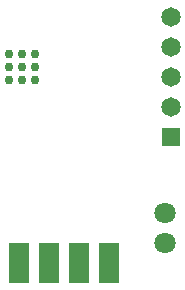
<source format=gbs>
G04*
G04 #@! TF.GenerationSoftware,Altium Limited,CircuitStudio,1.5.2 (30)*
G04*
G04 Layer_Color=16711935*
%FSLAX25Y25*%
%MOIN*%
G70*
G01*
G75*
%ADD41R,0.06591X0.13189*%
%ADD54C,0.06496*%
%ADD55R,0.06496X0.06496*%
%ADD56C,0.07091*%
%ADD57C,0.02953*%
D41*
X323524Y153819D02*
D03*
X313524D02*
D03*
X303524D02*
D03*
X293524D02*
D03*
D54*
X344094Y236063D02*
D03*
Y226063D02*
D03*
Y216063D02*
D03*
Y206063D02*
D03*
D55*
Y196063D02*
D03*
D56*
X342126Y160473D02*
D03*
Y170473D02*
D03*
D57*
X298819Y223622D02*
D03*
Y219291D02*
D03*
Y214961D02*
D03*
X294488Y223622D02*
D03*
Y219291D02*
D03*
Y214961D02*
D03*
X290158Y223622D02*
D03*
Y219291D02*
D03*
Y214961D02*
D03*
M02*

</source>
